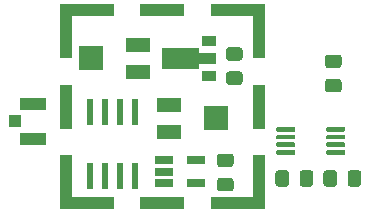
<source format=gbr>
%TF.GenerationSoftware,KiCad,Pcbnew,(5.1.6)-1*%
%TF.CreationDate,2020-10-30T20:39:21-07:00*%
%TF.ProjectId,frontendfull,66726f6e-7465-46e6-9466-756c6c2e6b69,rev?*%
%TF.SameCoordinates,Original*%
%TF.FileFunction,Paste,Top*%
%TF.FilePolarity,Positive*%
%FSLAX46Y46*%
G04 Gerber Fmt 4.6, Leading zero omitted, Abs format (unit mm)*
G04 Created by KiCad (PCBNEW (5.1.6)-1) date 2020-10-30 20:39:21*
%MOMM*%
%LPD*%
G01*
G04 APERTURE LIST*
%ADD10R,1.000000X3.550000*%
%ADD11R,1.000000X3.800000*%
%ADD12R,3.550000X1.000000*%
%ADD13R,3.800000X1.000000*%
%ADD14R,1.000000X1.000000*%
%ADD15R,1.560000X0.650000*%
%ADD16R,2.000000X1.300000*%
%ADD17R,2.000000X2.000000*%
%ADD18C,0.100000*%
%ADD19R,1.300000X0.900000*%
%ADD20R,0.600000X2.200000*%
%ADD21R,2.200000X1.050000*%
%ADD22R,1.050000X1.000000*%
G04 APERTURE END LIST*
D10*
%TO.C,J5*%
X98066000Y-107497000D03*
X81766000Y-107497000D03*
D11*
X98066000Y-101622000D03*
X81766000Y-101622000D03*
D10*
X98066000Y-95747000D03*
X81766000Y-95747000D03*
D12*
X95791000Y-109772000D03*
X95791000Y-93472000D03*
D13*
X89916000Y-109772000D03*
X89916000Y-93472000D03*
D12*
X84041000Y-109772000D03*
X84041000Y-93472000D03*
D14*
X81766000Y-109772000D03*
X98066000Y-109772000D03*
X98066000Y-93472000D03*
X81766000Y-93472000D03*
%TD*%
D15*
%TO.C,U3*%
X92790000Y-106172000D03*
X92790000Y-108072000D03*
X90090000Y-108072000D03*
X90090000Y-107122000D03*
X90090000Y-106172000D03*
%TD*%
D16*
%TO.C,RV2*%
X90456000Y-103766000D03*
D17*
X94456000Y-102616000D03*
D16*
X90456000Y-101466000D03*
%TD*%
%TO.C,R3*%
G36*
G01*
X100642000Y-107245999D02*
X100642000Y-108146001D01*
G75*
G02*
X100392001Y-108396000I-249999J0D01*
G01*
X99741999Y-108396000D01*
G75*
G02*
X99492000Y-108146001I0J249999D01*
G01*
X99492000Y-107245999D01*
G75*
G02*
X99741999Y-106996000I249999J0D01*
G01*
X100392001Y-106996000D01*
G75*
G02*
X100642000Y-107245999I0J-249999D01*
G01*
G37*
G36*
G01*
X102692000Y-107245999D02*
X102692000Y-108146001D01*
G75*
G02*
X102442001Y-108396000I-249999J0D01*
G01*
X101791999Y-108396000D01*
G75*
G02*
X101542000Y-108146001I0J249999D01*
G01*
X101542000Y-107245999D01*
G75*
G02*
X101791999Y-106996000I249999J0D01*
G01*
X102442001Y-106996000D01*
G75*
G02*
X102692000Y-107245999I0J-249999D01*
G01*
G37*
%TD*%
%TO.C,R2*%
G36*
G01*
X104706000Y-107245999D02*
X104706000Y-108146001D01*
G75*
G02*
X104456001Y-108396000I-249999J0D01*
G01*
X103805999Y-108396000D01*
G75*
G02*
X103556000Y-108146001I0J249999D01*
G01*
X103556000Y-107245999D01*
G75*
G02*
X103805999Y-106996000I249999J0D01*
G01*
X104456001Y-106996000D01*
G75*
G02*
X104706000Y-107245999I0J-249999D01*
G01*
G37*
G36*
G01*
X106756000Y-107245999D02*
X106756000Y-108146001D01*
G75*
G02*
X106506001Y-108396000I-249999J0D01*
G01*
X105855999Y-108396000D01*
G75*
G02*
X105606000Y-108146001I0J249999D01*
G01*
X105606000Y-107245999D01*
G75*
G02*
X105855999Y-106996000I249999J0D01*
G01*
X106506001Y-106996000D01*
G75*
G02*
X106756000Y-107245999I0J-249999D01*
G01*
G37*
%TD*%
%TO.C,U4*%
G36*
G01*
X103789000Y-103646000D02*
X103789000Y-103446000D01*
G75*
G02*
X103889000Y-103346000I100000J0D01*
G01*
X105314000Y-103346000D01*
G75*
G02*
X105414000Y-103446000I0J-100000D01*
G01*
X105414000Y-103646000D01*
G75*
G02*
X105314000Y-103746000I-100000J0D01*
G01*
X103889000Y-103746000D01*
G75*
G02*
X103789000Y-103646000I0J100000D01*
G01*
G37*
G36*
G01*
X103789000Y-104296000D02*
X103789000Y-104096000D01*
G75*
G02*
X103889000Y-103996000I100000J0D01*
G01*
X105314000Y-103996000D01*
G75*
G02*
X105414000Y-104096000I0J-100000D01*
G01*
X105414000Y-104296000D01*
G75*
G02*
X105314000Y-104396000I-100000J0D01*
G01*
X103889000Y-104396000D01*
G75*
G02*
X103789000Y-104296000I0J100000D01*
G01*
G37*
G36*
G01*
X103789000Y-104946000D02*
X103789000Y-104746000D01*
G75*
G02*
X103889000Y-104646000I100000J0D01*
G01*
X105314000Y-104646000D01*
G75*
G02*
X105414000Y-104746000I0J-100000D01*
G01*
X105414000Y-104946000D01*
G75*
G02*
X105314000Y-105046000I-100000J0D01*
G01*
X103889000Y-105046000D01*
G75*
G02*
X103789000Y-104946000I0J100000D01*
G01*
G37*
G36*
G01*
X103789000Y-105596000D02*
X103789000Y-105396000D01*
G75*
G02*
X103889000Y-105296000I100000J0D01*
G01*
X105314000Y-105296000D01*
G75*
G02*
X105414000Y-105396000I0J-100000D01*
G01*
X105414000Y-105596000D01*
G75*
G02*
X105314000Y-105696000I-100000J0D01*
G01*
X103889000Y-105696000D01*
G75*
G02*
X103789000Y-105596000I0J100000D01*
G01*
G37*
G36*
G01*
X99564000Y-105596000D02*
X99564000Y-105396000D01*
G75*
G02*
X99664000Y-105296000I100000J0D01*
G01*
X101089000Y-105296000D01*
G75*
G02*
X101189000Y-105396000I0J-100000D01*
G01*
X101189000Y-105596000D01*
G75*
G02*
X101089000Y-105696000I-100000J0D01*
G01*
X99664000Y-105696000D01*
G75*
G02*
X99564000Y-105596000I0J100000D01*
G01*
G37*
G36*
G01*
X99564000Y-104946000D02*
X99564000Y-104746000D01*
G75*
G02*
X99664000Y-104646000I100000J0D01*
G01*
X101089000Y-104646000D01*
G75*
G02*
X101189000Y-104746000I0J-100000D01*
G01*
X101189000Y-104946000D01*
G75*
G02*
X101089000Y-105046000I-100000J0D01*
G01*
X99664000Y-105046000D01*
G75*
G02*
X99564000Y-104946000I0J100000D01*
G01*
G37*
G36*
G01*
X99564000Y-104296000D02*
X99564000Y-104096000D01*
G75*
G02*
X99664000Y-103996000I100000J0D01*
G01*
X101089000Y-103996000D01*
G75*
G02*
X101189000Y-104096000I0J-100000D01*
G01*
X101189000Y-104296000D01*
G75*
G02*
X101089000Y-104396000I-100000J0D01*
G01*
X99664000Y-104396000D01*
G75*
G02*
X99564000Y-104296000I0J100000D01*
G01*
G37*
G36*
G01*
X99564000Y-103646000D02*
X99564000Y-103446000D01*
G75*
G02*
X99664000Y-103346000I100000J0D01*
G01*
X101089000Y-103346000D01*
G75*
G02*
X101189000Y-103446000I0J-100000D01*
G01*
X101189000Y-103646000D01*
G75*
G02*
X101089000Y-103746000I-100000J0D01*
G01*
X99664000Y-103746000D01*
G75*
G02*
X99564000Y-103646000I0J100000D01*
G01*
G37*
%TD*%
D18*
%TO.C,U2*%
G36*
X89902000Y-96669500D02*
G01*
X93027000Y-96669500D01*
X93027000Y-97086000D01*
X94502000Y-97086000D01*
X94502000Y-97986000D01*
X93027000Y-97986000D01*
X93027000Y-98402500D01*
X89902000Y-98402500D01*
X89902000Y-96669500D01*
G37*
D19*
X93852000Y-96036000D03*
X93852000Y-99036000D03*
%TD*%
D20*
%TO.C,U1*%
X87630000Y-107475000D03*
X87630000Y-102075000D03*
X86360000Y-107475000D03*
X86360000Y-102075000D03*
X85090000Y-107475000D03*
X85090000Y-102075000D03*
X83820000Y-107475000D03*
X83820000Y-102075000D03*
%TD*%
D16*
%TO.C,RV1*%
X87852000Y-96386000D03*
D17*
X83852000Y-97536000D03*
D16*
X87852000Y-98686000D03*
%TD*%
%TO.C,R1*%
G36*
G01*
X94799999Y-107638000D02*
X95700001Y-107638000D01*
G75*
G02*
X95950000Y-107887999I0J-249999D01*
G01*
X95950000Y-108538001D01*
G75*
G02*
X95700001Y-108788000I-249999J0D01*
G01*
X94799999Y-108788000D01*
G75*
G02*
X94550000Y-108538001I0J249999D01*
G01*
X94550000Y-107887999D01*
G75*
G02*
X94799999Y-107638000I249999J0D01*
G01*
G37*
G36*
G01*
X94799999Y-105588000D02*
X95700001Y-105588000D01*
G75*
G02*
X95950000Y-105837999I0J-249999D01*
G01*
X95950000Y-106488001D01*
G75*
G02*
X95700001Y-106738000I-249999J0D01*
G01*
X94799999Y-106738000D01*
G75*
G02*
X94550000Y-106488001I0J249999D01*
G01*
X94550000Y-105837999D01*
G75*
G02*
X94799999Y-105588000I249999J0D01*
G01*
G37*
%TD*%
D21*
%TO.C,J3*%
X78994000Y-101395000D03*
D22*
X77469000Y-102870000D03*
D21*
X78994000Y-104345000D03*
%TD*%
%TO.C,C2*%
G36*
G01*
X104844001Y-98356000D02*
X103943999Y-98356000D01*
G75*
G02*
X103694000Y-98106001I0J249999D01*
G01*
X103694000Y-97455999D01*
G75*
G02*
X103943999Y-97206000I249999J0D01*
G01*
X104844001Y-97206000D01*
G75*
G02*
X105094000Y-97455999I0J-249999D01*
G01*
X105094000Y-98106001D01*
G75*
G02*
X104844001Y-98356000I-249999J0D01*
G01*
G37*
G36*
G01*
X104844001Y-100406000D02*
X103943999Y-100406000D01*
G75*
G02*
X103694000Y-100156001I0J249999D01*
G01*
X103694000Y-99505999D01*
G75*
G02*
X103943999Y-99256000I249999J0D01*
G01*
X104844001Y-99256000D01*
G75*
G02*
X105094000Y-99505999I0J-249999D01*
G01*
X105094000Y-100156001D01*
G75*
G02*
X104844001Y-100406000I-249999J0D01*
G01*
G37*
%TD*%
%TO.C,C1*%
G36*
G01*
X95561999Y-98630000D02*
X96462001Y-98630000D01*
G75*
G02*
X96712000Y-98879999I0J-249999D01*
G01*
X96712000Y-99530001D01*
G75*
G02*
X96462001Y-99780000I-249999J0D01*
G01*
X95561999Y-99780000D01*
G75*
G02*
X95312000Y-99530001I0J249999D01*
G01*
X95312000Y-98879999D01*
G75*
G02*
X95561999Y-98630000I249999J0D01*
G01*
G37*
G36*
G01*
X95561999Y-96580000D02*
X96462001Y-96580000D01*
G75*
G02*
X96712000Y-96829999I0J-249999D01*
G01*
X96712000Y-97480001D01*
G75*
G02*
X96462001Y-97730000I-249999J0D01*
G01*
X95561999Y-97730000D01*
G75*
G02*
X95312000Y-97480001I0J249999D01*
G01*
X95312000Y-96829999D01*
G75*
G02*
X95561999Y-96580000I249999J0D01*
G01*
G37*
%TD*%
M02*

</source>
